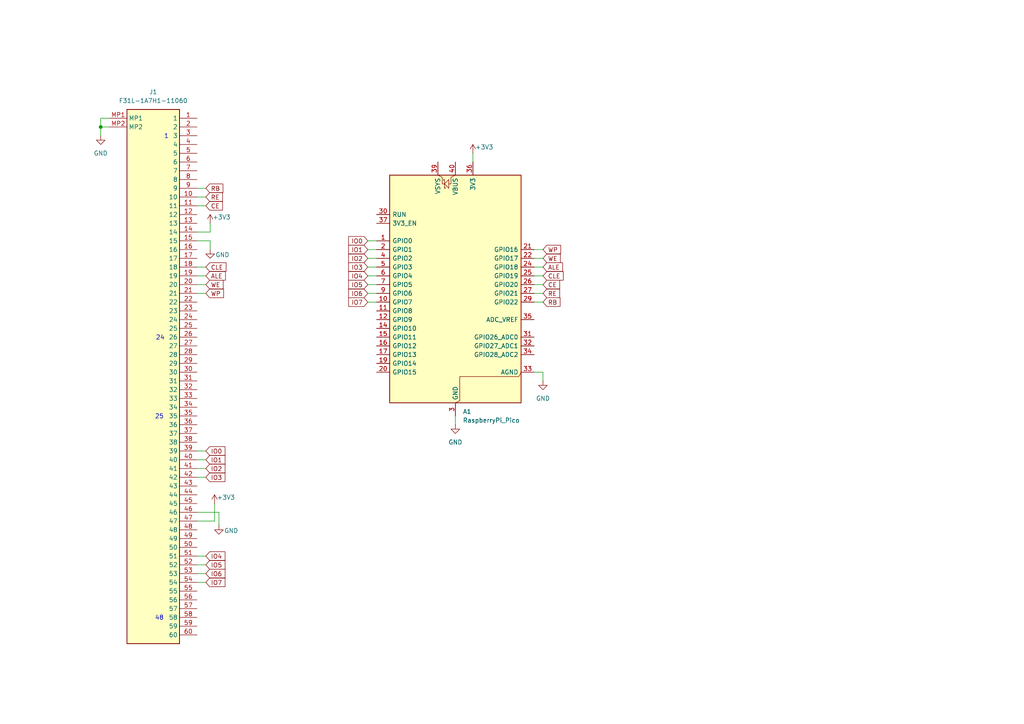
<source format=kicad_sch>
(kicad_sch (version 20250114) (generator "eeschema") (generator_version "9.0")
  (paper "A4")
  (lib_symbols
    (symbol "MCU_Module:RaspberryPi_Pico" (pin_names (offset 0.762))
      (property "Reference" "A" (at -19.05 35.56 0))
      (property "Value" "RaspberryPi_Pico" (at 7.62 35.56 0))
      (symbol "RaspberryPi_Pico_0_1"
        (rectangle (start -19.05 34.29) (end 19.05 -31.75) (stroke (width 0.254)) (fill (type background)))
        (polyline (pts (xy -5.08 34.29) (xy -3.81 33.655) (xy -3.81 31.75) (xy -3.175 31.75)))
        (polyline (pts (xy -3.429 32.766) (xy -3.429 33.02) (xy -3.175 33.02) (xy -3.175 30.48) (xy -2.921 30.48) (xy -2.921 30.734)))
        (polyline (pts (xy -3.175 31.75) (xy -1.905 33.02) (xy -1.905 30.48) (xy -3.175 31.75)))
        (polyline (pts (xy 0 34.29) (xy -1.27 33.655) (xy -1.27 31.75) (xy -1.905 31.75)))
        (polyline (pts (xy 0 -31.75) (xy 1.27 -31.115) (xy 1.27 -24.13) (xy 18.415 -24.13) (xy 19.05 -22.86)))
      )
      (symbol "RaspberryPi_Pico_1_1"
        (pin passive line (at -22.86 22.86 0) (length 3.81) (name "RUN") (number "30"))
        (pin passive line (at -22.86 20.32 0) (length 3.81) (name "3V3_EN") (number "37"))
        (pin bidirectional line (at -22.86 15.24 0) (length 3.81) (name "GPIO0") (number "1"))
        (pin bidirectional line (at -22.86 12.7 0) (length 3.81) (name "GPIO1") (number "2"))
        (pin bidirectional line (at -22.86 10.16 0) (length 3.81) (name "GPIO2") (number "4"))
        (pin bidirectional line (at -22.86 7.62 0) (length 3.81) (name "GPIO3") (number "5"))
        (pin bidirectional line (at -22.86 5.08 0) (length 3.81) (name "GPIO4") (number "6"))
        (pin bidirectional line (at -22.86 2.54 0) (length 3.81) (name "GPIO5") (number "7"))
        (pin bidirectional line (at -22.86 0 0) (length 3.81) (name "GPIO6") (number "9"))
        (pin bidirectional line (at -22.86 -2.54 0) (length 3.81) (name "GPIO7") (number "10"))
        (pin bidirectional line (at -22.86 -5.08 0) (length 3.81) (name "GPIO8") (number "11"))
        (pin bidirectional line (at -22.86 -7.62 0) (length 3.81) (name "GPIO9") (number "12"))
        (pin bidirectional line (at -22.86 -10.16 0) (length 3.81) (name "GPIO10") (number "14"))
        (pin bidirectional line (at -22.86 -12.7 0) (length 3.81) (name "GPIO11") (number "15"))
        (pin bidirectional line (at -22.86 -15.24 0) (length 3.81) (name "GPIO12") (number "16"))
        (pin bidirectional line (at -22.86 -17.78 0) (length 3.81) (name "GPIO13") (number "17"))
        (pin bidirectional line (at -22.86 -20.32 0) (length 3.81) (name "GPIO14") (number "19"))
        (pin bidirectional line (at -22.86 -22.86 0) (length 3.81) (name "GPIO15") (number "20"))
        (pin power_in line (at -5.08 38.1 270) (length 3.81) (name "VSYS") (number "39"))
        (pin power_out line (at 0 38.1 270) (length 3.81) (name "VBUS") (number "40"))
        (pin passive line (at 0 -35.56 90) (length 3.81) (hide yes) (name "GND") (number "13"))
        (pin passive line (at 0 -35.56 90) (length 3.81) (hide yes) (name "GND") (number "18"))
        (pin passive line (at 0 -35.56 90) (length 3.81) (hide yes) (name "GND") (number "23"))
        (pin passive line (at 0 -35.56 90) (length 3.81) (hide yes) (name "GND") (number "28"))
        (pin power_out line (at 0 -35.56 90) (length 3.81) (name "GND") (number "3"))
        (pin passive line (at 0 -35.56 90) (length 3.81) (hide yes) (name "GND") (number "38"))
        (pin passive line (at 0 -35.56 90) (length 3.81) (hide yes) (name "GND") (number "8"))
        (pin power_out line (at 5.08 38.1 270) (length 3.81) (name "3V3") (number "36"))
        (pin bidirectional line (at 22.86 12.7 180) (length 3.81) (name "GPIO16") (number "21"))
        (pin bidirectional line (at 22.86 10.16 180) (length 3.81) (name "GPIO17") (number "22"))
        (pin bidirectional line (at 22.86 7.62 180) (length 3.81) (name "GPIO18") (number "24"))
        (pin bidirectional line (at 22.86 5.08 180) (length 3.81) (name "GPIO19") (number "25"))
        (pin bidirectional line (at 22.86 2.54 180) (length 3.81) (name "GPIO20") (number "26"))
        (pin bidirectional line (at 22.86 0 180) (length 3.81) (name "GPIO21") (number "27"))
        (pin bidirectional line (at 22.86 -2.54 180) (length 3.81) (name "GPIO22") (number "29"))
        (pin power_in line (at 22.86 -7.62 180) (length 3.81) (name "ADC_VREF") (number "35"))
        (pin bidirectional line (at 22.86 -12.7 180) (length 3.81) (name "GPIO26_ADC0") (number "31"))
        (pin bidirectional line (at 22.86 -15.24 180) (length 3.81) (name "GPIO27_ADC1") (number "32"))
        (pin bidirectional line (at 22.86 -17.78 180) (length 3.81) (name "GPIO28_ADC2") (number "34"))
        (pin power_out line (at 22.86 -22.86 180) (length 3.81) (name "AGND") (number "33"))
      )
    )
    (symbol "pico_360clip:F31L-1A7H1-11060"
      (property "Reference" "J" (at 7.62 86.36 0))
      (property "Value" "F31L-1A7H1-11060" (at 7.62 83.82 0))
      (symbol "F31L-1A7H1-11060_1_1"
        (rectangle (start -8.89 81.28) (end 6.35 -73.66) (stroke (width 0.254)) (fill (type background)))
        (pin passive line (at -13.97 78.74 0) (length 5.08) (name "MP1") (number "MP1"))
        (pin passive line (at -13.97 76.2 0) (length 5.08) (name "MP2") (number "MP2"))
        (pin passive line (at 11.43 78.74 180) (length 5.08) (name "1") (number "1"))
        (pin passive line (at 11.43 76.2 180) (length 5.08) (name "2") (number "2"))
        (pin passive line (at 11.43 73.66 180) (length 5.08) (name "3") (number "3"))
        (pin passive line (at 11.43 71.12 180) (length 5.08) (name "4") (number "4"))
        (pin passive line (at 11.43 68.58 180) (length 5.08) (name "5") (number "5"))
        (pin passive line (at 11.43 66.04 180) (length 5.08) (name "6") (number "6"))
        (pin passive line (at 11.43 63.5 180) (length 5.08) (name "7") (number "7"))
        (pin passive line (at 11.43 60.96 180) (length 5.08) (name "8") (number "8"))
        (pin passive line (at 11.43 58.42 180) (length 5.08) (name "9") (number "9"))
        (pin passive line (at 11.43 55.88 180) (length 5.08) (name "10") (number "10"))
        (pin passive line (at 11.43 53.34 180) (length 5.08) (name "11") (number "11"))
        (pin passive line (at 11.43 50.8 180) (length 5.08) (name "12") (number "12"))
        (pin passive line (at 11.43 48.26 180) (length 5.08) (name "13") (number "13"))
        (pin passive line (at 11.43 45.72 180) (length 5.08) (name "14") (number "14"))
        (pin passive line (at 11.43 43.18 180) (length 5.08) (name "15") (number "15"))
        (pin passive line (at 11.43 40.64 180) (length 5.08) (name "16") (number "16"))
        (pin passive line (at 11.43 38.1 180) (length 5.08) (name "17") (number "17"))
        (pin passive line (at 11.43 35.56 180) (length 5.08) (name "18") (number "18"))
        (pin passive line (at 11.43 33.02 180) (length 5.08) (name "19") (number "19"))
        (pin passive line (at 11.43 30.48 180) (length 5.08) (name "20") (number "20"))
        (pin passive line (at 11.43 27.94 180) (length 5.08) (name "21") (number "21"))
        (pin passive line (at 11.43 25.4 180) (length 5.08) (name "22") (number "22"))
        (pin passive line (at 11.43 22.86 180) (length 5.08) (name "23") (number "23"))
        (pin passive line (at 11.43 20.32 180) (length 5.08) (name "24") (number "24"))
        (pin passive line (at 11.43 17.78 180) (length 5.08) (name "25") (number "25"))
        (pin passive line (at 11.43 15.24 180) (length 5.08) (name "26") (number "26"))
        (pin passive line (at 11.43 12.7 180) (length 5.08) (name "27") (number "27"))
        (pin passive line (at 11.43 10.16 180) (length 5.08) (name "28") (number "28"))
        (pin passive line (at 11.43 7.62 180) (length 5.08) (name "29") (number "29"))
        (pin passive line (at 11.43 5.08 180) (length 5.08) (name "30") (number "30"))
        (pin passive line (at 11.43 2.54 180) (length 5.08) (name "31") (number "31"))
        (pin passive line (at 11.43 0 180) (length 5.08) (name "32") (number "32"))
        (pin passive line (at 11.43 -2.54 180) (length 5.08) (name "33") (number "33"))
        (pin passive line (at 11.43 -5.08 180) (length 5.08) (name "34") (number "34"))
        (pin passive line (at 11.43 -7.62 180) (length 5.08) (name "35") (number "35"))
        (pin passive line (at 11.43 -10.16 180) (length 5.08) (name "36") (number "36"))
        (pin passive line (at 11.43 -12.7 180) (length 5.08) (name "37") (number "37"))
        (pin passive line (at 11.43 -15.24 180) (length 5.08) (name "38") (number "38"))
        (pin passive line (at 11.43 -17.78 180) (length 5.08) (name "39") (number "39"))
        (pin passive line (at 11.43 -20.32 180) (length 5.08) (name "40") (number "40"))
        (pin passive line (at 11.43 -22.86 180) (length 5.08) (name "41") (number "41"))
        (pin passive line (at 11.43 -25.4 180) (length 5.08) (name "42") (number "42"))
        (pin passive line (at 11.43 -27.94 180) (length 5.08) (name "43") (number "43"))
        (pin passive line (at 11.43 -30.48 180) (length 5.08) (name "44") (number "44"))
        (pin passive line (at 11.43 -33.02 180) (length 5.08) (name "45") (number "45"))
        (pin passive line (at 11.43 -35.56 180) (length 5.08) (name "46") (number "46"))
        (pin passive line (at 11.43 -38.1 180) (length 5.08) (name "47") (number "47"))
        (pin passive line (at 11.43 -40.64 180) (length 5.08) (name "48") (number "48"))
        (pin passive line (at 11.43 -43.18 180) (length 5.08) (name "49") (number "49"))
        (pin passive line (at 11.43 -45.72 180) (length 5.08) (name "50") (number "50"))
        (pin passive line (at 11.43 -48.26 180) (length 5.08) (name "51") (number "51"))
        (pin passive line (at 11.43 -50.8 180) (length 5.08) (name "52") (number "52"))
        (pin passive line (at 11.43 -53.34 180) (length 5.08) (name "53") (number "53"))
        (pin passive line (at 11.43 -55.88 180) (length 5.08) (name "54") (number "54"))
        (pin passive line (at 11.43 -58.42 180) (length 5.08) (name "55") (number "55"))
        (pin passive line (at 11.43 -60.96 180) (length 5.08) (name "56") (number "56"))
        (pin passive line (at 11.43 -63.5 180) (length 5.08) (name "57") (number "57"))
        (pin passive line (at 11.43 -66.04 180) (length 5.08) (name "58") (number "58"))
        (pin passive line (at 11.43 -68.58 180) (length 5.08) (name "59") (number "59"))
        (pin passive line (at 11.43 -71.12 180) (length 5.08) (name "60") (number "60"))
      )
    )
    (symbol "power:+3V3" (power) (pin_numbers (hide yes)) (pin_names (offset 0) (hide yes))
      (property "Value" "+3V3" (at 0 3.556 0))
      (symbol "+3V3_0_1"
        (polyline (pts (xy -0.762 1.27) (xy 0 2.54)))
        (polyline (pts (xy 0 2.54) (xy 0.762 1.27)))
        (polyline (pts (xy 0 0) (xy 0 2.54)))
      )
      (symbol "+3V3_1_1"
        (pin power_in line (at 0 0 90) (length 0) (name "~") (number "1"))
      )
    )
    (symbol "power:GND" (power) (pin_numbers (hide yes)) (pin_names (offset 0) (hide yes))
      (property "Value" "GND" (at 0 -3.81 0))
      (symbol "GND_0_1"
        (polyline (pts (xy 0 0) (xy 0 -1.27) (xy 1.27 -1.27) (xy 0 -2.54) (xy -1.27 -1.27) (xy 0 -1.27)))
      )
      (symbol "GND_1_1"
        (pin power_in line (at 0 0 270) (length 0) (name "~") (number "1"))
      )
    )
  )
  (text "48" (at 46.228 179.324 0) (effects (font (size 1.27 1.27))))
  (text "1" (at 48.26 39.624 0) (effects (font (size 1.27 1.27))))
  (text "25" (at 46.228 120.904 0) (effects (font (size 1.27 1.27))))
  (text "24" (at 46.482 98.044 0) (effects (font (size 1.27 1.27))))
  (junction (at 29.21 36.83))
  (wire (pts (xy 57.15 54.61) (xy 59.69 54.61)))
  (wire (pts (xy 106.68 82.55) (xy 109.22 82.55)))
  (wire (pts (xy 154.94 72.39) (xy 157.48 72.39)))
  (wire (pts (xy 57.15 133.35) (xy 59.69 133.35)))
  (wire (pts (xy 57.15 148.59) (xy 63.5 148.59)))
  (wire (pts (xy 106.68 77.47) (xy 109.22 77.47)))
  (wire (pts (xy 154.94 87.63) (xy 157.48 87.63)))
  (wire (pts (xy 154.94 74.93) (xy 157.48 74.93)))
  (wire (pts (xy 57.15 67.31) (xy 60.96 67.31)))
  (wire (pts (xy 132.08 120.65) (xy 132.08 123.19)))
  (wire (pts (xy 57.15 161.29) (xy 59.69 161.29)))
  (wire (pts (xy 57.15 57.15) (xy 59.69 57.15)))
  (wire (pts (xy 57.15 59.69) (xy 59.69 59.69)))
  (wire (pts (xy 154.94 77.47) (xy 157.48 77.47)))
  (wire (pts (xy 106.68 74.93) (xy 109.22 74.93)))
  (wire (pts (xy 106.68 72.39) (xy 109.22 72.39)))
  (wire (pts (xy 137.16 44.45) (xy 137.16 46.99)))
  (wire (pts (xy 106.68 69.85) (xy 109.22 69.85)))
  (wire (pts (xy 154.94 80.01) (xy 157.48 80.01)))
  (wire (pts (xy 57.15 138.43) (xy 59.69 138.43)))
  (wire (pts (xy 57.15 82.55) (xy 59.69 82.55)))
  (wire (pts (xy 31.75 34.29) (xy 29.21 34.29)))
  (wire (pts (xy 57.15 85.09) (xy 59.69 85.09)))
  (wire (pts (xy 57.15 135.89) (xy 59.69 135.89)))
  (wire (pts (xy 29.21 39.37) (xy 29.21 36.83)))
  (wire (pts (xy 62.23 146.05) (xy 62.23 151.13)))
  (wire (pts (xy 106.68 87.63) (xy 109.22 87.63)))
  (wire (pts (xy 57.15 151.13) (xy 62.23 151.13)))
  (wire (pts (xy 154.94 85.09) (xy 157.48 85.09)))
  (wire (pts (xy 154.94 82.55) (xy 157.48 82.55)))
  (wire (pts (xy 60.96 67.31) (xy 60.96 64.77)))
  (wire (pts (xy 60.96 69.85) (xy 60.96 72.39)))
  (wire (pts (xy 57.15 163.83) (xy 59.69 163.83)))
  (wire (pts (xy 57.15 130.81) (xy 59.69 130.81)))
  (wire (pts (xy 57.15 77.47) (xy 59.69 77.47)))
  (wire (pts (xy 57.15 166.37) (xy 59.69 166.37)))
  (wire (pts (xy 57.15 69.85) (xy 60.96 69.85)))
  (wire (pts (xy 57.15 168.91) (xy 59.69 168.91)))
  (wire (pts (xy 157.48 107.95) (xy 157.48 110.49)))
  (wire (pts (xy 154.94 107.95) (xy 157.48 107.95)))
  (wire (pts (xy 63.5 148.59) (xy 63.5 152.4)))
  (wire (pts (xy 106.68 80.01) (xy 109.22 80.01)))
  (wire (pts (xy 29.21 36.83) (xy 31.75 36.83)))
  (wire (pts (xy 57.15 80.01) (xy 59.69 80.01)))
  (wire (pts (xy 29.21 34.29) (xy 29.21 36.83)))
  (wire (pts (xy 106.68 85.09) (xy 109.22 85.09)))
  (global_label "IO5" (shape input) (at 106.68 82.55 180) (property "Intersheetrefs" "${INTERSHEET_REFS}" (effects (hide yes))))
  (global_label "IO0" (shape input) (at 59.69 130.81 0) (property "Intersheetrefs" "${INTERSHEET_REFS}" (effects (hide yes))))
  (global_label "IO3" (shape input) (at 59.69 138.43 0) (property "Intersheetrefs" "${INTERSHEET_REFS}" (effects (hide yes))))
  (global_label "CE" (shape input) (at 59.69 59.69 0) (property "Intersheetrefs" "${INTERSHEET_REFS}" (effects (hide yes))))
  (global_label "IO2" (shape input) (at 59.69 135.89 0) (property "Intersheetrefs" "${INTERSHEET_REFS}" (effects (hide yes))))
  (global_label "WP" (shape input) (at 59.69 85.09 0) (property "Intersheetrefs" "${INTERSHEET_REFS}" (effects (hide yes))))
  (global_label "RE" (shape input) (at 157.48 85.09 0) (property "Intersheetrefs" "${INTERSHEET_REFS}" (effects (hide yes))))
  (global_label "IO5" (shape input) (at 59.69 163.83 0) (property "Intersheetrefs" "${INTERSHEET_REFS}" (effects (hide yes))))
  (global_label "RB" (shape input) (at 59.69 54.61 0) (property "Intersheetrefs" "${INTERSHEET_REFS}" (effects (hide yes))))
  (global_label "IO0" (shape input) (at 106.68 69.85 180) (property "Intersheetrefs" "${INTERSHEET_REFS}" (effects (hide yes))))
  (global_label "ALE" (shape input) (at 59.69 80.01 0) (property "Intersheetrefs" "${INTERSHEET_REFS}" (effects (hide yes))))
  (global_label "IO4" (shape input) (at 106.68 80.01 180) (property "Intersheetrefs" "${INTERSHEET_REFS}" (effects (hide yes))))
  (global_label "IO6" (shape input) (at 59.69 166.37 0) (property "Intersheetrefs" "${INTERSHEET_REFS}" (effects (hide yes))))
  (global_label "RB" (shape input) (at 157.48 87.63 0) (property "Intersheetrefs" "${INTERSHEET_REFS}" (effects (hide yes))))
  (global_label "CLE" (shape input) (at 157.48 80.01 0) (property "Intersheetrefs" "${INTERSHEET_REFS}" (effects (hide yes))))
  (global_label "WE" (shape input) (at 157.48 74.93 0) (property "Intersheetrefs" "${INTERSHEET_REFS}" (effects (hide yes))))
  (global_label "IO2" (shape input) (at 106.68 74.93 180) (property "Intersheetrefs" "${INTERSHEET_REFS}" (effects (hide yes))))
  (global_label "IO7" (shape input) (at 106.68 87.63 180) (property "Intersheetrefs" "${INTERSHEET_REFS}" (effects (hide yes))))
  (global_label "ALE" (shape input) (at 157.48 77.47 0) (property "Intersheetrefs" "${INTERSHEET_REFS}" (effects (hide yes))))
  (global_label "IO1" (shape input) (at 106.68 72.39 180) (property "Intersheetrefs" "${INTERSHEET_REFS}" (effects (hide yes))))
  (global_label "WE" (shape input) (at 59.69 82.55 0) (property "Intersheetrefs" "${INTERSHEET_REFS}" (effects (hide yes))))
  (global_label "IO3" (shape input) (at 106.68 77.47 180) (property "Intersheetrefs" "${INTERSHEET_REFS}" (effects (hide yes))))
  (global_label "IO7" (shape input) (at 59.69 168.91 0) (property "Intersheetrefs" "${INTERSHEET_REFS}" (effects (hide yes))))
  (global_label "IO1" (shape input) (at 59.69 133.35 0) (property "Intersheetrefs" "${INTERSHEET_REFS}" (effects (hide yes))))
  (global_label "WP" (shape input) (at 157.48 72.39 0) (property "Intersheetrefs" "${INTERSHEET_REFS}" (effects (hide yes))))
  (global_label "RE" (shape input) (at 59.69 57.15 0) (property "Intersheetrefs" "${INTERSHEET_REFS}" (effects (hide yes))))
  (global_label "IO4" (shape input) (at 59.69 161.29 0) (property "Intersheetrefs" "${INTERSHEET_REFS}" (effects (hide yes))))
  (global_label "CE" (shape input) (at 157.48 82.55 0) (property "Intersheetrefs" "${INTERSHEET_REFS}" (effects (hide yes))))
  (global_label "IO6" (shape input) (at 106.68 85.09 180) (property "Intersheetrefs" "${INTERSHEET_REFS}" (effects (hide yes))))
  (global_label "CLE" (shape input) (at 59.69 77.47 0) (property "Intersheetrefs" "${INTERSHEET_REFS}" (effects (hide yes))))
  (symbol (lib_id "power:GND") (at 29.21 39.37 0) (unit 1)
    (property "Reference" "#PWR01" (effects (hide yes)))
    (property "Value" "GND" (at 29.21 44.45 0))
    (property "Description" "Power symbol creates a global label with name \"GND\" , ground" (effects (hide yes)))
  )
  (symbol (lib_id "pico_360clip:F31L-1A7H1-11060") (at 45.72 113.03 0) (unit 1)
    (property "Reference" "J1" (at 44.45 26.67 0))
    (property "Value" "F31L-1A7H1-11060" (at 44.45 29.21 0))
    (property "Footprint" "pico_360clip:F31L1A7H111060" (effects (hide yes)))
    (property "Height" "2.7" (effects (hide yes)))
    (property "Mouser Part Number" "649-F31L-1A7H1-11060" (effects (hide yes)))
    (property "Mouser Price/Stock" "https://www.mouser.co.uk/ProductDetail/Amphenol-Aorora/F31L-1A7H1-11060?qs=xZ%2FP%252Ba9zWqbv67aRwtPetA%3D%3D" (effects (hide yes)))
    (property "Manufacturer_Name" "Amphenol" (effects (hide yes)))
    (property "Manufacturer_Part_Number" "F31L-1A7H1-11060" (effects (hide yes)))
  )
  (symbol (lib_id "power:+3V3") (at 62.23 146.05 0) (unit 1)
    (property "Reference" "#PWR06" (effects (hide yes)))
    (property "Value" "+3V3" (at 65.532 144.272 0))
    (property "Description" "Power symbol creates a global label with name \"+3V3\"" (effects (hide yes)))
  )
  (symbol (lib_id "power:GND") (at 132.08 123.19 0) (unit 1)
    (property "Reference" "#PWR02" (effects (hide yes)))
    (property "Value" "GND" (at 132.08 128.27 0))
    (property "Description" "Power symbol creates a global label with name \"GND\" , ground" (effects (hide yes)))
  )
  (symbol (lib_id "power:GND") (at 63.5 152.4 0) (unit 1)
    (property "Reference" "#PWR07" (effects (hide yes)))
    (property "Value" "GND" (at 67.056 153.924 0))
    (property "Description" "Power symbol creates a global label with name \"GND\" , ground" (effects (hide yes)))
  )
  (symbol (lib_id "power:GND") (at 157.48 110.49 0) (unit 1)
    (property "Reference" "#PWR03" (effects (hide yes)))
    (property "Value" "GND" (at 157.48 115.57 0))
    (property "Description" "Power symbol creates a global label with name \"GND\" , ground" (effects (hide yes)))
  )
  (symbol (lib_id "power:+3V3") (at 60.96 64.77 0) (unit 1)
    (property "Reference" "#PWR05" (effects (hide yes)))
    (property "Value" "+3V3" (at 64.262 62.992 0))
    (property "Description" "Power symbol creates a global label with name \"+3V3\"" (effects (hide yes)))
  )
  (symbol (lib_id "power:GND") (at 60.96 72.39 0) (unit 1)
    (property "Reference" "#PWR04" (effects (hide yes)))
    (property "Value" "GND" (at 64.516 73.914 0))
    (property "Description" "Power symbol creates a global label with name \"GND\" , ground" (effects (hide yes)))
  )
  (symbol (lib_id "power:+3V3") (at 137.16 44.45 0) (unit 1)
    (property "Reference" "#PWR08" (effects (hide yes)))
    (property "Value" "+3V3" (at 140.462 42.672 0))
    (property "Description" "Power symbol creates a global label with name \"+3V3\"" (effects (hide yes)))
  )
  (symbol (lib_id "MCU_Module:RaspberryPi_Pico") (at 132.08 85.09 0) (unit 1)
    (property "Reference" "A1" (at 134.2233 119.38 0) (effects (justify left)))
    (property "Value" "RaspberryPi_Pico" (at 134.2233 121.92 0) (effects (justify left)))
    (property "Footprint" "pico_360clip:RaspberryPi_Pico_Common_SMD" (effects (hide yes)))
    (property "Datasheet" "https://datasheets.raspberrypi.com/pico/pico-datasheet.pdf" (effects (hide yes)))
    (property "Description" "Versatile and inexpensive microcontroller module powered by RP2040 dual-core Arm Cortex-M0+ processor up to 133 MHz, 264kB SRAM, 2MB QSPI flash; also supports Raspberry Pi Pico 2" (effects (hide yes)))
  )
)
</source>
